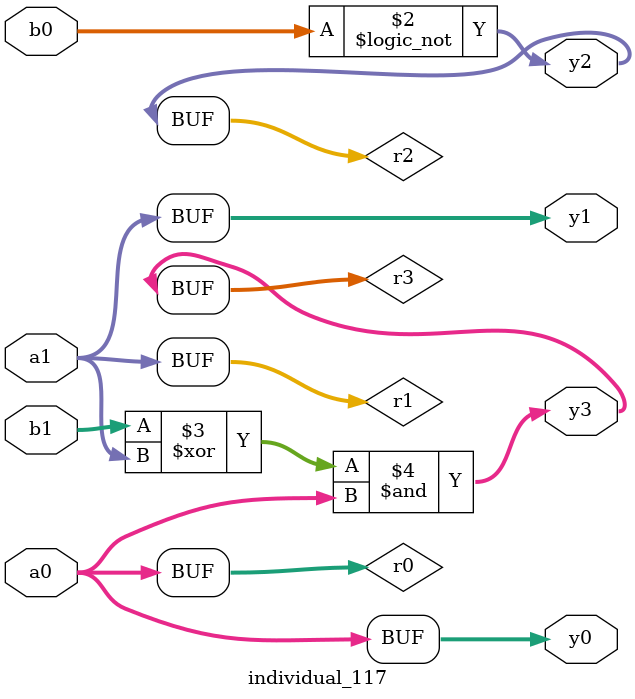
<source format=sv>
module individual_117(input logic [15:0] a1, input logic [15:0] a0, input logic [15:0] b1, input logic [15:0] b0, output logic [15:0] y3, output logic [15:0] y2, output logic [15:0] y1, output logic [15:0] y0);
logic [15:0] r0, r1, r2, r3; 
 always@(*) begin 
	 r0 = a0; r1 = a1; r2 = b0; r3 = b1; 
 	 r2 = ! r2 ;
 	 r3  ^=  a1 ;
 	 r3  &=  r0 ;
 	 y3 = r3; y2 = r2; y1 = r1; y0 = r0; 
end
endmodule
</source>
